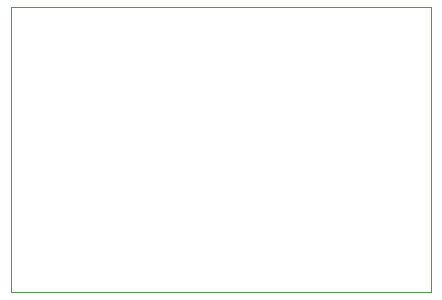
<source format=gbr>
%TF.GenerationSoftware,KiCad,Pcbnew,7.0.11-2.fc39*%
%TF.CreationDate,2024-03-15T18:09:56-07:00*%
%TF.ProjectId,ch552_usbc,63683535-325f-4757-9362-632e6b696361,rev?*%
%TF.SameCoordinates,PX791ddc0PY5563218*%
%TF.FileFunction,Profile,NP*%
%FSLAX46Y46*%
G04 Gerber Fmt 4.6, Leading zero omitted, Abs format (unit mm)*
G04 Created by KiCad (PCBNEW 7.0.11-2.fc39) date 2024-03-15 18:09:56*
%MOMM*%
%LPD*%
G01*
G04 APERTURE LIST*
%TA.AperFunction,Profile*%
%ADD10C,0.100000*%
%TD*%
G04 APERTURE END LIST*
D10*
X0Y0D02*
X35560000Y0D01*
X35560000Y-24130000D01*
X0Y-24130000D01*
X0Y0D01*
M02*

</source>
